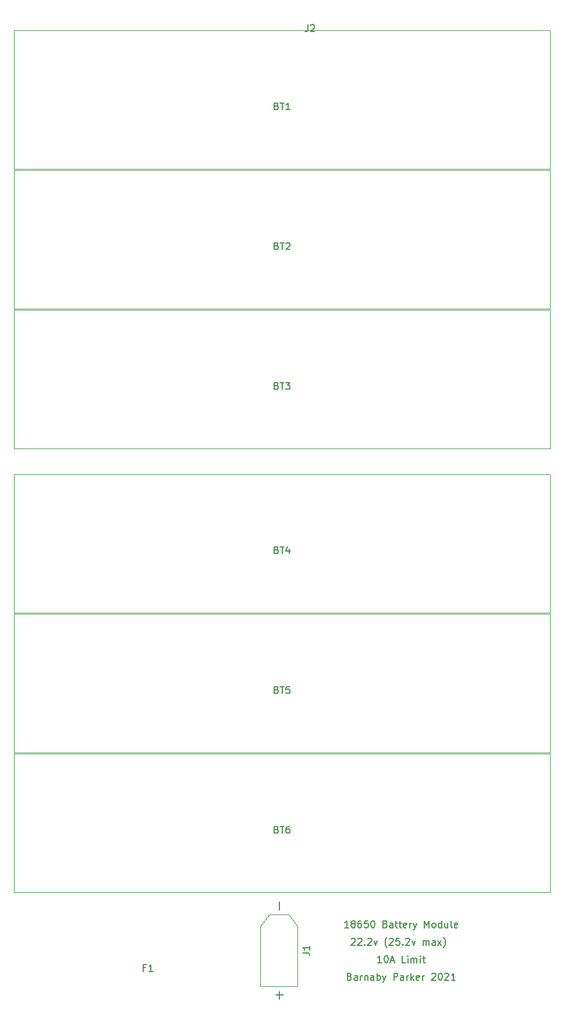
<source format=gbr>
%TF.GenerationSoftware,KiCad,Pcbnew,5.1.10*%
%TF.CreationDate,2021-10-06T22:42:20+01:00*%
%TF.ProjectId,BatteryPack,42617474-6572-4795-9061-636b2e6b6963,rev?*%
%TF.SameCoordinates,Original*%
%TF.FileFunction,Legend,Top*%
%TF.FilePolarity,Positive*%
%FSLAX46Y46*%
G04 Gerber Fmt 4.6, Leading zero omitted, Abs format (unit mm)*
G04 Created by KiCad (PCBNEW 5.1.10) date 2021-10-06 22:42:20*
%MOMM*%
%LPD*%
G01*
G04 APERTURE LIST*
%ADD10C,0.150000*%
%ADD11C,0.120000*%
G04 APERTURE END LIST*
D10*
X90290000Y-162488571D02*
X90432857Y-162536190D01*
X90480476Y-162583809D01*
X90528095Y-162679047D01*
X90528095Y-162821904D01*
X90480476Y-162917142D01*
X90432857Y-162964761D01*
X90337619Y-163012380D01*
X89956666Y-163012380D01*
X89956666Y-162012380D01*
X90290000Y-162012380D01*
X90385238Y-162060000D01*
X90432857Y-162107619D01*
X90480476Y-162202857D01*
X90480476Y-162298095D01*
X90432857Y-162393333D01*
X90385238Y-162440952D01*
X90290000Y-162488571D01*
X89956666Y-162488571D01*
X91385238Y-163012380D02*
X91385238Y-162488571D01*
X91337619Y-162393333D01*
X91242380Y-162345714D01*
X91051904Y-162345714D01*
X90956666Y-162393333D01*
X91385238Y-162964761D02*
X91290000Y-163012380D01*
X91051904Y-163012380D01*
X90956666Y-162964761D01*
X90909047Y-162869523D01*
X90909047Y-162774285D01*
X90956666Y-162679047D01*
X91051904Y-162631428D01*
X91290000Y-162631428D01*
X91385238Y-162583809D01*
X91861428Y-163012380D02*
X91861428Y-162345714D01*
X91861428Y-162536190D02*
X91909047Y-162440952D01*
X91956666Y-162393333D01*
X92051904Y-162345714D01*
X92147142Y-162345714D01*
X92480476Y-162345714D02*
X92480476Y-163012380D01*
X92480476Y-162440952D02*
X92528095Y-162393333D01*
X92623333Y-162345714D01*
X92766190Y-162345714D01*
X92861428Y-162393333D01*
X92909047Y-162488571D01*
X92909047Y-163012380D01*
X93813809Y-163012380D02*
X93813809Y-162488571D01*
X93766190Y-162393333D01*
X93670952Y-162345714D01*
X93480476Y-162345714D01*
X93385238Y-162393333D01*
X93813809Y-162964761D02*
X93718571Y-163012380D01*
X93480476Y-163012380D01*
X93385238Y-162964761D01*
X93337619Y-162869523D01*
X93337619Y-162774285D01*
X93385238Y-162679047D01*
X93480476Y-162631428D01*
X93718571Y-162631428D01*
X93813809Y-162583809D01*
X94290000Y-163012380D02*
X94290000Y-162012380D01*
X94290000Y-162393333D02*
X94385238Y-162345714D01*
X94575714Y-162345714D01*
X94670952Y-162393333D01*
X94718571Y-162440952D01*
X94766190Y-162536190D01*
X94766190Y-162821904D01*
X94718571Y-162917142D01*
X94670952Y-162964761D01*
X94575714Y-163012380D01*
X94385238Y-163012380D01*
X94290000Y-162964761D01*
X95099523Y-162345714D02*
X95337619Y-163012380D01*
X95575714Y-162345714D02*
X95337619Y-163012380D01*
X95242380Y-163250476D01*
X95194761Y-163298095D01*
X95099523Y-163345714D01*
X96718571Y-163012380D02*
X96718571Y-162012380D01*
X97099523Y-162012380D01*
X97194761Y-162060000D01*
X97242380Y-162107619D01*
X97290000Y-162202857D01*
X97290000Y-162345714D01*
X97242380Y-162440952D01*
X97194761Y-162488571D01*
X97099523Y-162536190D01*
X96718571Y-162536190D01*
X98147142Y-163012380D02*
X98147142Y-162488571D01*
X98099523Y-162393333D01*
X98004285Y-162345714D01*
X97813809Y-162345714D01*
X97718571Y-162393333D01*
X98147142Y-162964761D02*
X98051904Y-163012380D01*
X97813809Y-163012380D01*
X97718571Y-162964761D01*
X97670952Y-162869523D01*
X97670952Y-162774285D01*
X97718571Y-162679047D01*
X97813809Y-162631428D01*
X98051904Y-162631428D01*
X98147142Y-162583809D01*
X98623333Y-163012380D02*
X98623333Y-162345714D01*
X98623333Y-162536190D02*
X98670952Y-162440952D01*
X98718571Y-162393333D01*
X98813809Y-162345714D01*
X98909047Y-162345714D01*
X99242380Y-163012380D02*
X99242380Y-162012380D01*
X99337619Y-162631428D02*
X99623333Y-163012380D01*
X99623333Y-162345714D02*
X99242380Y-162726666D01*
X100432857Y-162964761D02*
X100337619Y-163012380D01*
X100147142Y-163012380D01*
X100051904Y-162964761D01*
X100004285Y-162869523D01*
X100004285Y-162488571D01*
X100051904Y-162393333D01*
X100147142Y-162345714D01*
X100337619Y-162345714D01*
X100432857Y-162393333D01*
X100480476Y-162488571D01*
X100480476Y-162583809D01*
X100004285Y-162679047D01*
X100909047Y-163012380D02*
X100909047Y-162345714D01*
X100909047Y-162536190D02*
X100956666Y-162440952D01*
X101004285Y-162393333D01*
X101099523Y-162345714D01*
X101194761Y-162345714D01*
X102242380Y-162107619D02*
X102290000Y-162060000D01*
X102385238Y-162012380D01*
X102623333Y-162012380D01*
X102718571Y-162060000D01*
X102766190Y-162107619D01*
X102813809Y-162202857D01*
X102813809Y-162298095D01*
X102766190Y-162440952D01*
X102194761Y-163012380D01*
X102813809Y-163012380D01*
X103432857Y-162012380D02*
X103528095Y-162012380D01*
X103623333Y-162060000D01*
X103670952Y-162107619D01*
X103718571Y-162202857D01*
X103766190Y-162393333D01*
X103766190Y-162631428D01*
X103718571Y-162821904D01*
X103670952Y-162917142D01*
X103623333Y-162964761D01*
X103528095Y-163012380D01*
X103432857Y-163012380D01*
X103337619Y-162964761D01*
X103290000Y-162917142D01*
X103242380Y-162821904D01*
X103194761Y-162631428D01*
X103194761Y-162393333D01*
X103242380Y-162202857D01*
X103290000Y-162107619D01*
X103337619Y-162060000D01*
X103432857Y-162012380D01*
X104147142Y-162107619D02*
X104194761Y-162060000D01*
X104290000Y-162012380D01*
X104528095Y-162012380D01*
X104623333Y-162060000D01*
X104670952Y-162107619D01*
X104718571Y-162202857D01*
X104718571Y-162298095D01*
X104670952Y-162440952D01*
X104099523Y-163012380D01*
X104718571Y-163012380D01*
X105670952Y-163012380D02*
X105099523Y-163012380D01*
X105385238Y-163012380D02*
X105385238Y-162012380D01*
X105290000Y-162155238D01*
X105194761Y-162250476D01*
X105099523Y-162298095D01*
X94956666Y-160472380D02*
X94385238Y-160472380D01*
X94670952Y-160472380D02*
X94670952Y-159472380D01*
X94575714Y-159615238D01*
X94480476Y-159710476D01*
X94385238Y-159758095D01*
X95575714Y-159472380D02*
X95670952Y-159472380D01*
X95766190Y-159520000D01*
X95813809Y-159567619D01*
X95861428Y-159662857D01*
X95909047Y-159853333D01*
X95909047Y-160091428D01*
X95861428Y-160281904D01*
X95813809Y-160377142D01*
X95766190Y-160424761D01*
X95670952Y-160472380D01*
X95575714Y-160472380D01*
X95480476Y-160424761D01*
X95432857Y-160377142D01*
X95385238Y-160281904D01*
X95337619Y-160091428D01*
X95337619Y-159853333D01*
X95385238Y-159662857D01*
X95432857Y-159567619D01*
X95480476Y-159520000D01*
X95575714Y-159472380D01*
X96290000Y-160186666D02*
X96766190Y-160186666D01*
X96194761Y-160472380D02*
X96528095Y-159472380D01*
X96861428Y-160472380D01*
X98432857Y-160472380D02*
X97956666Y-160472380D01*
X97956666Y-159472380D01*
X98766190Y-160472380D02*
X98766190Y-159805714D01*
X98766190Y-159472380D02*
X98718571Y-159520000D01*
X98766190Y-159567619D01*
X98813809Y-159520000D01*
X98766190Y-159472380D01*
X98766190Y-159567619D01*
X99242380Y-160472380D02*
X99242380Y-159805714D01*
X99242380Y-159900952D02*
X99290000Y-159853333D01*
X99385238Y-159805714D01*
X99528095Y-159805714D01*
X99623333Y-159853333D01*
X99670952Y-159948571D01*
X99670952Y-160472380D01*
X99670952Y-159948571D02*
X99718571Y-159853333D01*
X99813809Y-159805714D01*
X99956666Y-159805714D01*
X100051904Y-159853333D01*
X100099523Y-159948571D01*
X100099523Y-160472380D01*
X100575714Y-160472380D02*
X100575714Y-159805714D01*
X100575714Y-159472380D02*
X100528095Y-159520000D01*
X100575714Y-159567619D01*
X100623333Y-159520000D01*
X100575714Y-159472380D01*
X100575714Y-159567619D01*
X100909047Y-159805714D02*
X101290000Y-159805714D01*
X101051904Y-159472380D02*
X101051904Y-160329523D01*
X101099523Y-160424761D01*
X101194761Y-160472380D01*
X101290000Y-160472380D01*
X90551904Y-157027619D02*
X90599523Y-156980000D01*
X90694761Y-156932380D01*
X90932857Y-156932380D01*
X91028095Y-156980000D01*
X91075714Y-157027619D01*
X91123333Y-157122857D01*
X91123333Y-157218095D01*
X91075714Y-157360952D01*
X90504285Y-157932380D01*
X91123333Y-157932380D01*
X91504285Y-157027619D02*
X91551904Y-156980000D01*
X91647142Y-156932380D01*
X91885238Y-156932380D01*
X91980476Y-156980000D01*
X92028095Y-157027619D01*
X92075714Y-157122857D01*
X92075714Y-157218095D01*
X92028095Y-157360952D01*
X91456666Y-157932380D01*
X92075714Y-157932380D01*
X92504285Y-157837142D02*
X92551904Y-157884761D01*
X92504285Y-157932380D01*
X92456666Y-157884761D01*
X92504285Y-157837142D01*
X92504285Y-157932380D01*
X92932857Y-157027619D02*
X92980476Y-156980000D01*
X93075714Y-156932380D01*
X93313809Y-156932380D01*
X93409047Y-156980000D01*
X93456666Y-157027619D01*
X93504285Y-157122857D01*
X93504285Y-157218095D01*
X93456666Y-157360952D01*
X92885238Y-157932380D01*
X93504285Y-157932380D01*
X93837619Y-157265714D02*
X94075714Y-157932380D01*
X94313809Y-157265714D01*
X95742380Y-158313333D02*
X95694761Y-158265714D01*
X95599523Y-158122857D01*
X95551904Y-158027619D01*
X95504285Y-157884761D01*
X95456666Y-157646666D01*
X95456666Y-157456190D01*
X95504285Y-157218095D01*
X95551904Y-157075238D01*
X95599523Y-156980000D01*
X95694761Y-156837142D01*
X95742380Y-156789523D01*
X96075714Y-157027619D02*
X96123333Y-156980000D01*
X96218571Y-156932380D01*
X96456666Y-156932380D01*
X96551904Y-156980000D01*
X96599523Y-157027619D01*
X96647142Y-157122857D01*
X96647142Y-157218095D01*
X96599523Y-157360952D01*
X96028095Y-157932380D01*
X96647142Y-157932380D01*
X97551904Y-156932380D02*
X97075714Y-156932380D01*
X97028095Y-157408571D01*
X97075714Y-157360952D01*
X97170952Y-157313333D01*
X97409047Y-157313333D01*
X97504285Y-157360952D01*
X97551904Y-157408571D01*
X97599523Y-157503809D01*
X97599523Y-157741904D01*
X97551904Y-157837142D01*
X97504285Y-157884761D01*
X97409047Y-157932380D01*
X97170952Y-157932380D01*
X97075714Y-157884761D01*
X97028095Y-157837142D01*
X98028095Y-157837142D02*
X98075714Y-157884761D01*
X98028095Y-157932380D01*
X97980476Y-157884761D01*
X98028095Y-157837142D01*
X98028095Y-157932380D01*
X98456666Y-157027619D02*
X98504285Y-156980000D01*
X98599523Y-156932380D01*
X98837619Y-156932380D01*
X98932857Y-156980000D01*
X98980476Y-157027619D01*
X99028095Y-157122857D01*
X99028095Y-157218095D01*
X98980476Y-157360952D01*
X98409047Y-157932380D01*
X99028095Y-157932380D01*
X99361428Y-157265714D02*
X99599523Y-157932380D01*
X99837619Y-157265714D01*
X100980476Y-157932380D02*
X100980476Y-157265714D01*
X100980476Y-157360952D02*
X101028095Y-157313333D01*
X101123333Y-157265714D01*
X101266190Y-157265714D01*
X101361428Y-157313333D01*
X101409047Y-157408571D01*
X101409047Y-157932380D01*
X101409047Y-157408571D02*
X101456666Y-157313333D01*
X101551904Y-157265714D01*
X101694761Y-157265714D01*
X101790000Y-157313333D01*
X101837619Y-157408571D01*
X101837619Y-157932380D01*
X102742380Y-157932380D02*
X102742380Y-157408571D01*
X102694761Y-157313333D01*
X102599523Y-157265714D01*
X102409047Y-157265714D01*
X102313809Y-157313333D01*
X102742380Y-157884761D02*
X102647142Y-157932380D01*
X102409047Y-157932380D01*
X102313809Y-157884761D01*
X102266190Y-157789523D01*
X102266190Y-157694285D01*
X102313809Y-157599047D01*
X102409047Y-157551428D01*
X102647142Y-157551428D01*
X102742380Y-157503809D01*
X103123333Y-157932380D02*
X103647142Y-157265714D01*
X103123333Y-157265714D02*
X103647142Y-157932380D01*
X103932857Y-158313333D02*
X103980476Y-158265714D01*
X104075714Y-158122857D01*
X104123333Y-158027619D01*
X104170952Y-157884761D01*
X104218571Y-157646666D01*
X104218571Y-157456190D01*
X104170952Y-157218095D01*
X104123333Y-157075238D01*
X104075714Y-156980000D01*
X103980476Y-156837142D01*
X103932857Y-156789523D01*
X90147142Y-155392380D02*
X89575714Y-155392380D01*
X89861428Y-155392380D02*
X89861428Y-154392380D01*
X89766190Y-154535238D01*
X89670952Y-154630476D01*
X89575714Y-154678095D01*
X90718571Y-154820952D02*
X90623333Y-154773333D01*
X90575714Y-154725714D01*
X90528095Y-154630476D01*
X90528095Y-154582857D01*
X90575714Y-154487619D01*
X90623333Y-154440000D01*
X90718571Y-154392380D01*
X90909047Y-154392380D01*
X91004285Y-154440000D01*
X91051904Y-154487619D01*
X91099523Y-154582857D01*
X91099523Y-154630476D01*
X91051904Y-154725714D01*
X91004285Y-154773333D01*
X90909047Y-154820952D01*
X90718571Y-154820952D01*
X90623333Y-154868571D01*
X90575714Y-154916190D01*
X90528095Y-155011428D01*
X90528095Y-155201904D01*
X90575714Y-155297142D01*
X90623333Y-155344761D01*
X90718571Y-155392380D01*
X90909047Y-155392380D01*
X91004285Y-155344761D01*
X91051904Y-155297142D01*
X91099523Y-155201904D01*
X91099523Y-155011428D01*
X91051904Y-154916190D01*
X91004285Y-154868571D01*
X90909047Y-154820952D01*
X91956666Y-154392380D02*
X91766190Y-154392380D01*
X91670952Y-154440000D01*
X91623333Y-154487619D01*
X91528095Y-154630476D01*
X91480476Y-154820952D01*
X91480476Y-155201904D01*
X91528095Y-155297142D01*
X91575714Y-155344761D01*
X91670952Y-155392380D01*
X91861428Y-155392380D01*
X91956666Y-155344761D01*
X92004285Y-155297142D01*
X92051904Y-155201904D01*
X92051904Y-154963809D01*
X92004285Y-154868571D01*
X91956666Y-154820952D01*
X91861428Y-154773333D01*
X91670952Y-154773333D01*
X91575714Y-154820952D01*
X91528095Y-154868571D01*
X91480476Y-154963809D01*
X92956666Y-154392380D02*
X92480476Y-154392380D01*
X92432857Y-154868571D01*
X92480476Y-154820952D01*
X92575714Y-154773333D01*
X92813809Y-154773333D01*
X92909047Y-154820952D01*
X92956666Y-154868571D01*
X93004285Y-154963809D01*
X93004285Y-155201904D01*
X92956666Y-155297142D01*
X92909047Y-155344761D01*
X92813809Y-155392380D01*
X92575714Y-155392380D01*
X92480476Y-155344761D01*
X92432857Y-155297142D01*
X93623333Y-154392380D02*
X93718571Y-154392380D01*
X93813809Y-154440000D01*
X93861428Y-154487619D01*
X93909047Y-154582857D01*
X93956666Y-154773333D01*
X93956666Y-155011428D01*
X93909047Y-155201904D01*
X93861428Y-155297142D01*
X93813809Y-155344761D01*
X93718571Y-155392380D01*
X93623333Y-155392380D01*
X93528095Y-155344761D01*
X93480476Y-155297142D01*
X93432857Y-155201904D01*
X93385238Y-155011428D01*
X93385238Y-154773333D01*
X93432857Y-154582857D01*
X93480476Y-154487619D01*
X93528095Y-154440000D01*
X93623333Y-154392380D01*
X95480476Y-154868571D02*
X95623333Y-154916190D01*
X95670952Y-154963809D01*
X95718571Y-155059047D01*
X95718571Y-155201904D01*
X95670952Y-155297142D01*
X95623333Y-155344761D01*
X95528095Y-155392380D01*
X95147142Y-155392380D01*
X95147142Y-154392380D01*
X95480476Y-154392380D01*
X95575714Y-154440000D01*
X95623333Y-154487619D01*
X95670952Y-154582857D01*
X95670952Y-154678095D01*
X95623333Y-154773333D01*
X95575714Y-154820952D01*
X95480476Y-154868571D01*
X95147142Y-154868571D01*
X96575714Y-155392380D02*
X96575714Y-154868571D01*
X96528095Y-154773333D01*
X96432857Y-154725714D01*
X96242380Y-154725714D01*
X96147142Y-154773333D01*
X96575714Y-155344761D02*
X96480476Y-155392380D01*
X96242380Y-155392380D01*
X96147142Y-155344761D01*
X96099523Y-155249523D01*
X96099523Y-155154285D01*
X96147142Y-155059047D01*
X96242380Y-155011428D01*
X96480476Y-155011428D01*
X96575714Y-154963809D01*
X96909047Y-154725714D02*
X97290000Y-154725714D01*
X97051904Y-154392380D02*
X97051904Y-155249523D01*
X97099523Y-155344761D01*
X97194761Y-155392380D01*
X97290000Y-155392380D01*
X97480476Y-154725714D02*
X97861428Y-154725714D01*
X97623333Y-154392380D02*
X97623333Y-155249523D01*
X97670952Y-155344761D01*
X97766190Y-155392380D01*
X97861428Y-155392380D01*
X98575714Y-155344761D02*
X98480476Y-155392380D01*
X98290000Y-155392380D01*
X98194761Y-155344761D01*
X98147142Y-155249523D01*
X98147142Y-154868571D01*
X98194761Y-154773333D01*
X98290000Y-154725714D01*
X98480476Y-154725714D01*
X98575714Y-154773333D01*
X98623333Y-154868571D01*
X98623333Y-154963809D01*
X98147142Y-155059047D01*
X99051904Y-155392380D02*
X99051904Y-154725714D01*
X99051904Y-154916190D02*
X99099523Y-154820952D01*
X99147142Y-154773333D01*
X99242380Y-154725714D01*
X99337619Y-154725714D01*
X99575714Y-154725714D02*
X99813809Y-155392380D01*
X100051904Y-154725714D02*
X99813809Y-155392380D01*
X99718571Y-155630476D01*
X99670952Y-155678095D01*
X99575714Y-155725714D01*
X101194761Y-155392380D02*
X101194761Y-154392380D01*
X101528095Y-155106666D01*
X101861428Y-154392380D01*
X101861428Y-155392380D01*
X102480476Y-155392380D02*
X102385238Y-155344761D01*
X102337619Y-155297142D01*
X102290000Y-155201904D01*
X102290000Y-154916190D01*
X102337619Y-154820952D01*
X102385238Y-154773333D01*
X102480476Y-154725714D01*
X102623333Y-154725714D01*
X102718571Y-154773333D01*
X102766190Y-154820952D01*
X102813809Y-154916190D01*
X102813809Y-155201904D01*
X102766190Y-155297142D01*
X102718571Y-155344761D01*
X102623333Y-155392380D01*
X102480476Y-155392380D01*
X103670952Y-155392380D02*
X103670952Y-154392380D01*
X103670952Y-155344761D02*
X103575714Y-155392380D01*
X103385238Y-155392380D01*
X103290000Y-155344761D01*
X103242380Y-155297142D01*
X103194761Y-155201904D01*
X103194761Y-154916190D01*
X103242380Y-154820952D01*
X103290000Y-154773333D01*
X103385238Y-154725714D01*
X103575714Y-154725714D01*
X103670952Y-154773333D01*
X104575714Y-154725714D02*
X104575714Y-155392380D01*
X104147142Y-154725714D02*
X104147142Y-155249523D01*
X104194761Y-155344761D01*
X104290000Y-155392380D01*
X104432857Y-155392380D01*
X104528095Y-155344761D01*
X104575714Y-155297142D01*
X105194761Y-155392380D02*
X105099523Y-155344761D01*
X105051904Y-155249523D01*
X105051904Y-154392380D01*
X105956666Y-155344761D02*
X105861428Y-155392380D01*
X105670952Y-155392380D01*
X105575714Y-155344761D01*
X105528095Y-155249523D01*
X105528095Y-154868571D01*
X105575714Y-154773333D01*
X105670952Y-154725714D01*
X105861428Y-154725714D01*
X105956666Y-154773333D01*
X106004285Y-154868571D01*
X106004285Y-154963809D01*
X105528095Y-155059047D01*
D11*
%TO.C,J1*%
X82720000Y-155200000D02*
X82720000Y-163920000D01*
X82720000Y-163920000D02*
X77300000Y-163920000D01*
X77300000Y-155200000D02*
X77300000Y-163920000D01*
X81420000Y-153500000D02*
X82720000Y-155200000D01*
X78600000Y-153500000D02*
X77300000Y-155200000D01*
X81420000Y-153500000D02*
X78600000Y-153500000D01*
%TO.C,BT6*%
X41450000Y-150258000D02*
X41450000Y-130158000D01*
X119450000Y-150258000D02*
X41450000Y-150258000D01*
X119450000Y-130158000D02*
X119450000Y-150258000D01*
X41450000Y-130158000D02*
X119450000Y-130158000D01*
%TO.C,BT5*%
X41450000Y-129938000D02*
X41450000Y-109838000D01*
X119450000Y-129938000D02*
X41450000Y-129938000D01*
X119450000Y-109838000D02*
X119450000Y-129938000D01*
X41450000Y-109838000D02*
X119450000Y-109838000D01*
%TO.C,BT4*%
X41450000Y-109618000D02*
X41450000Y-89518000D01*
X119450000Y-109618000D02*
X41450000Y-109618000D01*
X119450000Y-89518000D02*
X119450000Y-109618000D01*
X41450000Y-89518000D02*
X119450000Y-89518000D01*
%TO.C,BT3*%
X41450000Y-85742000D02*
X41450000Y-65642000D01*
X119450000Y-85742000D02*
X41450000Y-85742000D01*
X119450000Y-65642000D02*
X119450000Y-85742000D01*
X41450000Y-65642000D02*
X119450000Y-65642000D01*
%TO.C,BT2*%
X41450000Y-65422000D02*
X41450000Y-45322000D01*
X119450000Y-65422000D02*
X41450000Y-65422000D01*
X119450000Y-45322000D02*
X119450000Y-65422000D01*
X41450000Y-45322000D02*
X119450000Y-45322000D01*
%TO.C,BT1*%
X41450000Y-45102000D02*
X41450000Y-25002000D01*
X119450000Y-45102000D02*
X41450000Y-45102000D01*
X119450000Y-25002000D02*
X119450000Y-45102000D01*
X41450000Y-25002000D02*
X119450000Y-25002000D01*
%TO.C,J2*%
D10*
X84186666Y-24154380D02*
X84186666Y-24868666D01*
X84139047Y-25011523D01*
X84043809Y-25106761D01*
X83900952Y-25154380D01*
X83805714Y-25154380D01*
X84615238Y-24249619D02*
X84662857Y-24202000D01*
X84758095Y-24154380D01*
X84996190Y-24154380D01*
X85091428Y-24202000D01*
X85139047Y-24249619D01*
X85186666Y-24344857D01*
X85186666Y-24440095D01*
X85139047Y-24582952D01*
X84567619Y-25154380D01*
X85186666Y-25154380D01*
%TO.C,J1*%
X83462380Y-159043333D02*
X84176666Y-159043333D01*
X84319523Y-159090952D01*
X84414761Y-159186190D01*
X84462380Y-159329047D01*
X84462380Y-159424285D01*
X84462380Y-158043333D02*
X84462380Y-158614761D01*
X84462380Y-158329047D02*
X83462380Y-158329047D01*
X83605238Y-158424285D01*
X83700476Y-158519523D01*
X83748095Y-158614761D01*
X80117142Y-152781428D02*
X80117142Y-151638571D01*
X80117142Y-165781428D02*
X80117142Y-164638571D01*
X80688571Y-165210000D02*
X79545714Y-165210000D01*
%TO.C,F1*%
X60626666Y-161218571D02*
X60293333Y-161218571D01*
X60293333Y-161742380D02*
X60293333Y-160742380D01*
X60769523Y-160742380D01*
X61674285Y-161742380D02*
X61102857Y-161742380D01*
X61388571Y-161742380D02*
X61388571Y-160742380D01*
X61293333Y-160885238D01*
X61198095Y-160980476D01*
X61102857Y-161028095D01*
%TO.C,BT6*%
X79664285Y-141136571D02*
X79807142Y-141184190D01*
X79854761Y-141231809D01*
X79902380Y-141327047D01*
X79902380Y-141469904D01*
X79854761Y-141565142D01*
X79807142Y-141612761D01*
X79711904Y-141660380D01*
X79330952Y-141660380D01*
X79330952Y-140660380D01*
X79664285Y-140660380D01*
X79759523Y-140708000D01*
X79807142Y-140755619D01*
X79854761Y-140850857D01*
X79854761Y-140946095D01*
X79807142Y-141041333D01*
X79759523Y-141088952D01*
X79664285Y-141136571D01*
X79330952Y-141136571D01*
X80188095Y-140660380D02*
X80759523Y-140660380D01*
X80473809Y-141660380D02*
X80473809Y-140660380D01*
X81521428Y-140660380D02*
X81330952Y-140660380D01*
X81235714Y-140708000D01*
X81188095Y-140755619D01*
X81092857Y-140898476D01*
X81045238Y-141088952D01*
X81045238Y-141469904D01*
X81092857Y-141565142D01*
X81140476Y-141612761D01*
X81235714Y-141660380D01*
X81426190Y-141660380D01*
X81521428Y-141612761D01*
X81569047Y-141565142D01*
X81616666Y-141469904D01*
X81616666Y-141231809D01*
X81569047Y-141136571D01*
X81521428Y-141088952D01*
X81426190Y-141041333D01*
X81235714Y-141041333D01*
X81140476Y-141088952D01*
X81092857Y-141136571D01*
X81045238Y-141231809D01*
%TO.C,BT5*%
X79664285Y-120816571D02*
X79807142Y-120864190D01*
X79854761Y-120911809D01*
X79902380Y-121007047D01*
X79902380Y-121149904D01*
X79854761Y-121245142D01*
X79807142Y-121292761D01*
X79711904Y-121340380D01*
X79330952Y-121340380D01*
X79330952Y-120340380D01*
X79664285Y-120340380D01*
X79759523Y-120388000D01*
X79807142Y-120435619D01*
X79854761Y-120530857D01*
X79854761Y-120626095D01*
X79807142Y-120721333D01*
X79759523Y-120768952D01*
X79664285Y-120816571D01*
X79330952Y-120816571D01*
X80188095Y-120340380D02*
X80759523Y-120340380D01*
X80473809Y-121340380D02*
X80473809Y-120340380D01*
X81569047Y-120340380D02*
X81092857Y-120340380D01*
X81045238Y-120816571D01*
X81092857Y-120768952D01*
X81188095Y-120721333D01*
X81426190Y-120721333D01*
X81521428Y-120768952D01*
X81569047Y-120816571D01*
X81616666Y-120911809D01*
X81616666Y-121149904D01*
X81569047Y-121245142D01*
X81521428Y-121292761D01*
X81426190Y-121340380D01*
X81188095Y-121340380D01*
X81092857Y-121292761D01*
X81045238Y-121245142D01*
%TO.C,BT4*%
X79664285Y-100496571D02*
X79807142Y-100544190D01*
X79854761Y-100591809D01*
X79902380Y-100687047D01*
X79902380Y-100829904D01*
X79854761Y-100925142D01*
X79807142Y-100972761D01*
X79711904Y-101020380D01*
X79330952Y-101020380D01*
X79330952Y-100020380D01*
X79664285Y-100020380D01*
X79759523Y-100068000D01*
X79807142Y-100115619D01*
X79854761Y-100210857D01*
X79854761Y-100306095D01*
X79807142Y-100401333D01*
X79759523Y-100448952D01*
X79664285Y-100496571D01*
X79330952Y-100496571D01*
X80188095Y-100020380D02*
X80759523Y-100020380D01*
X80473809Y-101020380D02*
X80473809Y-100020380D01*
X81521428Y-100353714D02*
X81521428Y-101020380D01*
X81283333Y-99972761D02*
X81045238Y-100687047D01*
X81664285Y-100687047D01*
%TO.C,BT3*%
X79664285Y-76620571D02*
X79807142Y-76668190D01*
X79854761Y-76715809D01*
X79902380Y-76811047D01*
X79902380Y-76953904D01*
X79854761Y-77049142D01*
X79807142Y-77096761D01*
X79711904Y-77144380D01*
X79330952Y-77144380D01*
X79330952Y-76144380D01*
X79664285Y-76144380D01*
X79759523Y-76192000D01*
X79807142Y-76239619D01*
X79854761Y-76334857D01*
X79854761Y-76430095D01*
X79807142Y-76525333D01*
X79759523Y-76572952D01*
X79664285Y-76620571D01*
X79330952Y-76620571D01*
X80188095Y-76144380D02*
X80759523Y-76144380D01*
X80473809Y-77144380D02*
X80473809Y-76144380D01*
X80997619Y-76144380D02*
X81616666Y-76144380D01*
X81283333Y-76525333D01*
X81426190Y-76525333D01*
X81521428Y-76572952D01*
X81569047Y-76620571D01*
X81616666Y-76715809D01*
X81616666Y-76953904D01*
X81569047Y-77049142D01*
X81521428Y-77096761D01*
X81426190Y-77144380D01*
X81140476Y-77144380D01*
X81045238Y-77096761D01*
X80997619Y-77049142D01*
%TO.C,BT2*%
X79664285Y-56300571D02*
X79807142Y-56348190D01*
X79854761Y-56395809D01*
X79902380Y-56491047D01*
X79902380Y-56633904D01*
X79854761Y-56729142D01*
X79807142Y-56776761D01*
X79711904Y-56824380D01*
X79330952Y-56824380D01*
X79330952Y-55824380D01*
X79664285Y-55824380D01*
X79759523Y-55872000D01*
X79807142Y-55919619D01*
X79854761Y-56014857D01*
X79854761Y-56110095D01*
X79807142Y-56205333D01*
X79759523Y-56252952D01*
X79664285Y-56300571D01*
X79330952Y-56300571D01*
X80188095Y-55824380D02*
X80759523Y-55824380D01*
X80473809Y-56824380D02*
X80473809Y-55824380D01*
X81045238Y-55919619D02*
X81092857Y-55872000D01*
X81188095Y-55824380D01*
X81426190Y-55824380D01*
X81521428Y-55872000D01*
X81569047Y-55919619D01*
X81616666Y-56014857D01*
X81616666Y-56110095D01*
X81569047Y-56252952D01*
X80997619Y-56824380D01*
X81616666Y-56824380D01*
%TO.C,BT1*%
X79664285Y-35980571D02*
X79807142Y-36028190D01*
X79854761Y-36075809D01*
X79902380Y-36171047D01*
X79902380Y-36313904D01*
X79854761Y-36409142D01*
X79807142Y-36456761D01*
X79711904Y-36504380D01*
X79330952Y-36504380D01*
X79330952Y-35504380D01*
X79664285Y-35504380D01*
X79759523Y-35552000D01*
X79807142Y-35599619D01*
X79854761Y-35694857D01*
X79854761Y-35790095D01*
X79807142Y-35885333D01*
X79759523Y-35932952D01*
X79664285Y-35980571D01*
X79330952Y-35980571D01*
X80188095Y-35504380D02*
X80759523Y-35504380D01*
X80473809Y-36504380D02*
X80473809Y-35504380D01*
X81616666Y-36504380D02*
X81045238Y-36504380D01*
X81330952Y-36504380D02*
X81330952Y-35504380D01*
X81235714Y-35647238D01*
X81140476Y-35742476D01*
X81045238Y-35790095D01*
%TD*%
M02*

</source>
